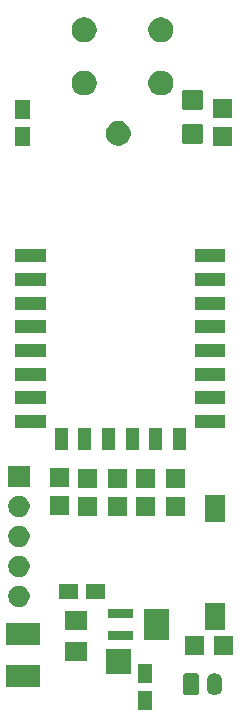
<source format=gbr>
G04 #@! TF.GenerationSoftware,KiCad,Pcbnew,(5.1.5)-1*
G04 #@! TF.CreationDate,2021-02-19T11:30:45+01:00*
G04 #@! TF.ProjectId,button - AAA,62757474-6f6e-4202-9d20-4141412e6b69,rev?*
G04 #@! TF.SameCoordinates,Original*
G04 #@! TF.FileFunction,Soldermask,Top*
G04 #@! TF.FilePolarity,Negative*
%FSLAX46Y46*%
G04 Gerber Fmt 4.6, Leading zero omitted, Abs format (unit mm)*
G04 Created by KiCad (PCBNEW (5.1.5)-1) date 2021-02-19 11:30:45*
%MOMM*%
%LPD*%
G04 APERTURE LIST*
%ADD10C,0.100000*%
G04 APERTURE END LIST*
D10*
G36*
X129631000Y-112691000D02*
G01*
X128429000Y-112691000D01*
X128429000Y-111089000D01*
X129631000Y-111089000D01*
X129631000Y-112691000D01*
G37*
G36*
X135057617Y-109573420D02*
G01*
X135138399Y-109597925D01*
X135180335Y-109610646D01*
X135293424Y-109671094D01*
X135392554Y-109752447D01*
X135473906Y-109851575D01*
X135534354Y-109964664D01*
X135544040Y-109996596D01*
X135571580Y-110087382D01*
X135581000Y-110183027D01*
X135581000Y-110796973D01*
X135571580Y-110892618D01*
X135544040Y-110983404D01*
X135534354Y-111015336D01*
X135473906Y-111128425D01*
X135392554Y-111227554D01*
X135293425Y-111308906D01*
X135180336Y-111369354D01*
X135148404Y-111379040D01*
X135057618Y-111406580D01*
X134930000Y-111419149D01*
X134802383Y-111406580D01*
X134711597Y-111379040D01*
X134679665Y-111369354D01*
X134566576Y-111308906D01*
X134467447Y-111227554D01*
X134386096Y-111128427D01*
X134386095Y-111128425D01*
X134325647Y-111015336D01*
X134325645Y-111015333D01*
X134313237Y-110974427D01*
X134288420Y-110892618D01*
X134279000Y-110796973D01*
X134279000Y-110183028D01*
X134288420Y-110087383D01*
X134325645Y-109964669D01*
X134325646Y-109964665D01*
X134386094Y-109851576D01*
X134467447Y-109752446D01*
X134566575Y-109671094D01*
X134679664Y-109610646D01*
X134721600Y-109597925D01*
X134802382Y-109573420D01*
X134930000Y-109560851D01*
X135057617Y-109573420D01*
G37*
G36*
X133421242Y-109568404D02*
G01*
X133458337Y-109579657D01*
X133492515Y-109597925D01*
X133522481Y-109622519D01*
X133547075Y-109652485D01*
X133565343Y-109686663D01*
X133576596Y-109723758D01*
X133581000Y-109768474D01*
X133581000Y-111211526D01*
X133576596Y-111256242D01*
X133565343Y-111293337D01*
X133547075Y-111327515D01*
X133522481Y-111357481D01*
X133492515Y-111382075D01*
X133458337Y-111400343D01*
X133421242Y-111411596D01*
X133376526Y-111416000D01*
X132483474Y-111416000D01*
X132438758Y-111411596D01*
X132401663Y-111400343D01*
X132367485Y-111382075D01*
X132337519Y-111357481D01*
X132312925Y-111327515D01*
X132294657Y-111293337D01*
X132283404Y-111256242D01*
X132279000Y-111211526D01*
X132279000Y-109768474D01*
X132283404Y-109723758D01*
X132294657Y-109686663D01*
X132312925Y-109652485D01*
X132337519Y-109622519D01*
X132367485Y-109597925D01*
X132401663Y-109579657D01*
X132438758Y-109568404D01*
X132483474Y-109564000D01*
X133376526Y-109564000D01*
X133421242Y-109568404D01*
G37*
G36*
X120198000Y-110738000D02*
G01*
X117302000Y-110738000D01*
X117302000Y-108858000D01*
X120198000Y-108858000D01*
X120198000Y-110738000D01*
G37*
G36*
X129631000Y-110391000D02*
G01*
X128429000Y-110391000D01*
X128429000Y-108789000D01*
X129631000Y-108789000D01*
X129631000Y-110391000D01*
G37*
G36*
X127841000Y-109621000D02*
G01*
X125739000Y-109621000D01*
X125739000Y-107519000D01*
X127841000Y-107519000D01*
X127841000Y-109621000D01*
G37*
G36*
X124111000Y-108551000D02*
G01*
X122309000Y-108551000D01*
X122309000Y-106949000D01*
X124111000Y-106949000D01*
X124111000Y-108551000D01*
G37*
G36*
X136471000Y-108051000D02*
G01*
X134869000Y-108051000D01*
X134869000Y-106449000D01*
X136471000Y-106449000D01*
X136471000Y-108051000D01*
G37*
G36*
X134071000Y-108051000D02*
G01*
X132469000Y-108051000D01*
X132469000Y-106449000D01*
X134071000Y-106449000D01*
X134071000Y-108051000D01*
G37*
G36*
X120198000Y-107182000D02*
G01*
X117302000Y-107182000D01*
X117302000Y-105302000D01*
X120198000Y-105302000D01*
X120198000Y-107182000D01*
G37*
G36*
X128001000Y-106756000D02*
G01*
X125899000Y-106756000D01*
X125899000Y-106004000D01*
X128001000Y-106004000D01*
X128001000Y-106756000D01*
G37*
G36*
X131051000Y-106756000D02*
G01*
X128949000Y-106756000D01*
X128949000Y-104104000D01*
X131051000Y-104104000D01*
X131051000Y-106756000D01*
G37*
G36*
X135801000Y-105951000D02*
G01*
X134099000Y-105951000D01*
X134099000Y-103669000D01*
X135801000Y-103669000D01*
X135801000Y-105951000D01*
G37*
G36*
X124111000Y-105891000D02*
G01*
X122309000Y-105891000D01*
X122309000Y-104289000D01*
X124111000Y-104289000D01*
X124111000Y-105891000D01*
G37*
G36*
X128001000Y-104856000D02*
G01*
X125899000Y-104856000D01*
X125899000Y-104104000D01*
X128001000Y-104104000D01*
X128001000Y-104856000D01*
G37*
G36*
X118483512Y-102163927D02*
G01*
X118632812Y-102193624D01*
X118796784Y-102261544D01*
X118944354Y-102360147D01*
X119069853Y-102485646D01*
X119168456Y-102633216D01*
X119236376Y-102797188D01*
X119271000Y-102971259D01*
X119271000Y-103148741D01*
X119236376Y-103322812D01*
X119168456Y-103486784D01*
X119069853Y-103634354D01*
X118944354Y-103759853D01*
X118796784Y-103858456D01*
X118632812Y-103926376D01*
X118483512Y-103956073D01*
X118458742Y-103961000D01*
X118281258Y-103961000D01*
X118256488Y-103956073D01*
X118107188Y-103926376D01*
X117943216Y-103858456D01*
X117795646Y-103759853D01*
X117670147Y-103634354D01*
X117571544Y-103486784D01*
X117503624Y-103322812D01*
X117469000Y-103148741D01*
X117469000Y-102971259D01*
X117503624Y-102797188D01*
X117571544Y-102633216D01*
X117670147Y-102485646D01*
X117795646Y-102360147D01*
X117943216Y-102261544D01*
X118107188Y-102193624D01*
X118256488Y-102163927D01*
X118281258Y-102159000D01*
X118458742Y-102159000D01*
X118483512Y-102163927D01*
G37*
G36*
X123351000Y-103261000D02*
G01*
X121749000Y-103261000D01*
X121749000Y-102059000D01*
X123351000Y-102059000D01*
X123351000Y-103261000D01*
G37*
G36*
X125651000Y-103261000D02*
G01*
X124049000Y-103261000D01*
X124049000Y-102059000D01*
X125651000Y-102059000D01*
X125651000Y-103261000D01*
G37*
G36*
X118483512Y-99623927D02*
G01*
X118632812Y-99653624D01*
X118796784Y-99721544D01*
X118944354Y-99820147D01*
X119069853Y-99945646D01*
X119168456Y-100093216D01*
X119236376Y-100257188D01*
X119271000Y-100431259D01*
X119271000Y-100608741D01*
X119236376Y-100782812D01*
X119168456Y-100946784D01*
X119069853Y-101094354D01*
X118944354Y-101219853D01*
X118796784Y-101318456D01*
X118632812Y-101386376D01*
X118483512Y-101416073D01*
X118458742Y-101421000D01*
X118281258Y-101421000D01*
X118256488Y-101416073D01*
X118107188Y-101386376D01*
X117943216Y-101318456D01*
X117795646Y-101219853D01*
X117670147Y-101094354D01*
X117571544Y-100946784D01*
X117503624Y-100782812D01*
X117469000Y-100608741D01*
X117469000Y-100431259D01*
X117503624Y-100257188D01*
X117571544Y-100093216D01*
X117670147Y-99945646D01*
X117795646Y-99820147D01*
X117943216Y-99721544D01*
X118107188Y-99653624D01*
X118256488Y-99623927D01*
X118281258Y-99619000D01*
X118458742Y-99619000D01*
X118483512Y-99623927D01*
G37*
G36*
X118483512Y-97083927D02*
G01*
X118632812Y-97113624D01*
X118796784Y-97181544D01*
X118944354Y-97280147D01*
X119069853Y-97405646D01*
X119168456Y-97553216D01*
X119236376Y-97717188D01*
X119271000Y-97891259D01*
X119271000Y-98068741D01*
X119236376Y-98242812D01*
X119168456Y-98406784D01*
X119069853Y-98554354D01*
X118944354Y-98679853D01*
X118796784Y-98778456D01*
X118632812Y-98846376D01*
X118483512Y-98876073D01*
X118458742Y-98881000D01*
X118281258Y-98881000D01*
X118256488Y-98876073D01*
X118107188Y-98846376D01*
X117943216Y-98778456D01*
X117795646Y-98679853D01*
X117670147Y-98554354D01*
X117571544Y-98406784D01*
X117503624Y-98242812D01*
X117469000Y-98068741D01*
X117469000Y-97891259D01*
X117503624Y-97717188D01*
X117571544Y-97553216D01*
X117670147Y-97405646D01*
X117795646Y-97280147D01*
X117943216Y-97181544D01*
X118107188Y-97113624D01*
X118256488Y-97083927D01*
X118281258Y-97079000D01*
X118458742Y-97079000D01*
X118483512Y-97083927D01*
G37*
G36*
X135801000Y-96771000D02*
G01*
X134099000Y-96771000D01*
X134099000Y-94489000D01*
X135801000Y-94489000D01*
X135801000Y-96771000D01*
G37*
G36*
X118483512Y-94543927D02*
G01*
X118632812Y-94573624D01*
X118796784Y-94641544D01*
X118944354Y-94740147D01*
X119069853Y-94865646D01*
X119168456Y-95013216D01*
X119236376Y-95177188D01*
X119271000Y-95351259D01*
X119271000Y-95528741D01*
X119236376Y-95702812D01*
X119168456Y-95866784D01*
X119069853Y-96014354D01*
X118944354Y-96139853D01*
X118796784Y-96238456D01*
X118632812Y-96306376D01*
X118483512Y-96336073D01*
X118458742Y-96341000D01*
X118281258Y-96341000D01*
X118256488Y-96336073D01*
X118107188Y-96306376D01*
X117943216Y-96238456D01*
X117795646Y-96139853D01*
X117670147Y-96014354D01*
X117571544Y-95866784D01*
X117503624Y-95702812D01*
X117469000Y-95528741D01*
X117469000Y-95351259D01*
X117503624Y-95177188D01*
X117571544Y-95013216D01*
X117670147Y-94865646D01*
X117795646Y-94740147D01*
X117943216Y-94641544D01*
X118107188Y-94573624D01*
X118256488Y-94543927D01*
X118281258Y-94539000D01*
X118458742Y-94539000D01*
X118483512Y-94543927D01*
G37*
G36*
X129881000Y-96291000D02*
G01*
X128279000Y-96291000D01*
X128279000Y-94689000D01*
X129881000Y-94689000D01*
X129881000Y-96291000D01*
G37*
G36*
X124991000Y-96291000D02*
G01*
X123389000Y-96291000D01*
X123389000Y-94689000D01*
X124991000Y-94689000D01*
X124991000Y-96291000D01*
G37*
G36*
X127511000Y-96281000D02*
G01*
X125909000Y-96281000D01*
X125909000Y-94679000D01*
X127511000Y-94679000D01*
X127511000Y-96281000D01*
G37*
G36*
X132411000Y-96271000D02*
G01*
X130809000Y-96271000D01*
X130809000Y-94669000D01*
X132411000Y-94669000D01*
X132411000Y-96271000D01*
G37*
G36*
X122591000Y-96211000D02*
G01*
X120989000Y-96211000D01*
X120989000Y-94609000D01*
X122591000Y-94609000D01*
X122591000Y-96211000D01*
G37*
G36*
X129881000Y-93891000D02*
G01*
X128279000Y-93891000D01*
X128279000Y-92289000D01*
X129881000Y-92289000D01*
X129881000Y-93891000D01*
G37*
G36*
X124991000Y-93891000D02*
G01*
X123389000Y-93891000D01*
X123389000Y-92289000D01*
X124991000Y-92289000D01*
X124991000Y-93891000D01*
G37*
G36*
X127511000Y-93881000D02*
G01*
X125909000Y-93881000D01*
X125909000Y-92279000D01*
X127511000Y-92279000D01*
X127511000Y-93881000D01*
G37*
G36*
X132411000Y-93871000D02*
G01*
X130809000Y-93871000D01*
X130809000Y-92269000D01*
X132411000Y-92269000D01*
X132411000Y-93871000D01*
G37*
G36*
X122591000Y-93811000D02*
G01*
X120989000Y-93811000D01*
X120989000Y-92209000D01*
X122591000Y-92209000D01*
X122591000Y-93811000D01*
G37*
G36*
X119271000Y-93801000D02*
G01*
X117469000Y-93801000D01*
X117469000Y-91999000D01*
X119271000Y-91999000D01*
X119271000Y-93801000D01*
G37*
G36*
X132501000Y-90691000D02*
G01*
X131399000Y-90691000D01*
X131399000Y-88789000D01*
X132501000Y-88789000D01*
X132501000Y-90691000D01*
G37*
G36*
X122501000Y-90691000D02*
G01*
X121399000Y-90691000D01*
X121399000Y-88789000D01*
X122501000Y-88789000D01*
X122501000Y-90691000D01*
G37*
G36*
X124501000Y-90691000D02*
G01*
X123399000Y-90691000D01*
X123399000Y-88789000D01*
X124501000Y-88789000D01*
X124501000Y-90691000D01*
G37*
G36*
X128501000Y-90691000D02*
G01*
X127399000Y-90691000D01*
X127399000Y-88789000D01*
X128501000Y-88789000D01*
X128501000Y-90691000D01*
G37*
G36*
X130501000Y-90691000D02*
G01*
X129399000Y-90691000D01*
X129399000Y-88789000D01*
X130501000Y-88789000D01*
X130501000Y-90691000D01*
G37*
G36*
X126501000Y-90691000D02*
G01*
X125399000Y-90691000D01*
X125399000Y-88789000D01*
X126501000Y-88789000D01*
X126501000Y-90691000D01*
G37*
G36*
X135851000Y-88791000D02*
G01*
X133249000Y-88791000D01*
X133249000Y-87689000D01*
X135851000Y-87689000D01*
X135851000Y-88791000D01*
G37*
G36*
X120651000Y-88791000D02*
G01*
X118049000Y-88791000D01*
X118049000Y-87689000D01*
X120651000Y-87689000D01*
X120651000Y-88791000D01*
G37*
G36*
X120651000Y-86791000D02*
G01*
X118049000Y-86791000D01*
X118049000Y-85689000D01*
X120651000Y-85689000D01*
X120651000Y-86791000D01*
G37*
G36*
X135851000Y-86791000D02*
G01*
X133249000Y-86791000D01*
X133249000Y-85689000D01*
X135851000Y-85689000D01*
X135851000Y-86791000D01*
G37*
G36*
X135851000Y-84791000D02*
G01*
X133249000Y-84791000D01*
X133249000Y-83689000D01*
X135851000Y-83689000D01*
X135851000Y-84791000D01*
G37*
G36*
X120651000Y-84791000D02*
G01*
X118049000Y-84791000D01*
X118049000Y-83689000D01*
X120651000Y-83689000D01*
X120651000Y-84791000D01*
G37*
G36*
X120651000Y-82791000D02*
G01*
X118049000Y-82791000D01*
X118049000Y-81689000D01*
X120651000Y-81689000D01*
X120651000Y-82791000D01*
G37*
G36*
X135851000Y-82791000D02*
G01*
X133249000Y-82791000D01*
X133249000Y-81689000D01*
X135851000Y-81689000D01*
X135851000Y-82791000D01*
G37*
G36*
X135851000Y-80791000D02*
G01*
X133249000Y-80791000D01*
X133249000Y-79689000D01*
X135851000Y-79689000D01*
X135851000Y-80791000D01*
G37*
G36*
X120651000Y-80791000D02*
G01*
X118049000Y-80791000D01*
X118049000Y-79689000D01*
X120651000Y-79689000D01*
X120651000Y-80791000D01*
G37*
G36*
X120651000Y-78791000D02*
G01*
X118049000Y-78791000D01*
X118049000Y-77689000D01*
X120651000Y-77689000D01*
X120651000Y-78791000D01*
G37*
G36*
X135851000Y-78791000D02*
G01*
X133249000Y-78791000D01*
X133249000Y-77689000D01*
X135851000Y-77689000D01*
X135851000Y-78791000D01*
G37*
G36*
X120651000Y-76791000D02*
G01*
X118049000Y-76791000D01*
X118049000Y-75689000D01*
X120651000Y-75689000D01*
X120651000Y-76791000D01*
G37*
G36*
X135851000Y-76791000D02*
G01*
X133249000Y-76791000D01*
X133249000Y-75689000D01*
X135851000Y-75689000D01*
X135851000Y-76791000D01*
G37*
G36*
X120651000Y-74791000D02*
G01*
X118049000Y-74791000D01*
X118049000Y-73689000D01*
X120651000Y-73689000D01*
X120651000Y-74791000D01*
G37*
G36*
X135851000Y-74791000D02*
G01*
X133249000Y-74791000D01*
X133249000Y-73689000D01*
X135851000Y-73689000D01*
X135851000Y-74791000D01*
G37*
G36*
X119271000Y-64951000D02*
G01*
X118069000Y-64951000D01*
X118069000Y-63349000D01*
X119271000Y-63349000D01*
X119271000Y-64951000D01*
G37*
G36*
X136421000Y-64951000D02*
G01*
X134819000Y-64951000D01*
X134819000Y-63349000D01*
X136421000Y-63349000D01*
X136421000Y-64951000D01*
G37*
G36*
X127096564Y-62859389D02*
G01*
X127287833Y-62938615D01*
X127287835Y-62938616D01*
X127459973Y-63053635D01*
X127606365Y-63200027D01*
X127705906Y-63349000D01*
X127721385Y-63372167D01*
X127800611Y-63563436D01*
X127841000Y-63766484D01*
X127841000Y-63973516D01*
X127800611Y-64176564D01*
X127721385Y-64367833D01*
X127721384Y-64367835D01*
X127606365Y-64539973D01*
X127459973Y-64686365D01*
X127287835Y-64801384D01*
X127287834Y-64801385D01*
X127287833Y-64801385D01*
X127096564Y-64880611D01*
X126893516Y-64921000D01*
X126686484Y-64921000D01*
X126483436Y-64880611D01*
X126292167Y-64801385D01*
X126292166Y-64801385D01*
X126292165Y-64801384D01*
X126120027Y-64686365D01*
X125973635Y-64539973D01*
X125858616Y-64367835D01*
X125858615Y-64367833D01*
X125779389Y-64176564D01*
X125739000Y-63973516D01*
X125739000Y-63766484D01*
X125779389Y-63563436D01*
X125858615Y-63372167D01*
X125874095Y-63349000D01*
X125973635Y-63200027D01*
X126120027Y-63053635D01*
X126292165Y-62938616D01*
X126292167Y-62938615D01*
X126483436Y-62859389D01*
X126686484Y-62819000D01*
X126893516Y-62819000D01*
X127096564Y-62859389D01*
G37*
G36*
X133800997Y-63048051D02*
G01*
X133834652Y-63058261D01*
X133865665Y-63074838D01*
X133892851Y-63097149D01*
X133915162Y-63124335D01*
X133931739Y-63155348D01*
X133941949Y-63189003D01*
X133946000Y-63230138D01*
X133946000Y-64559862D01*
X133941949Y-64600997D01*
X133931739Y-64634652D01*
X133915162Y-64665665D01*
X133892851Y-64692851D01*
X133865665Y-64715162D01*
X133834652Y-64731739D01*
X133800997Y-64741949D01*
X133759862Y-64746000D01*
X132380138Y-64746000D01*
X132339003Y-64741949D01*
X132305348Y-64731739D01*
X132274335Y-64715162D01*
X132247149Y-64692851D01*
X132224838Y-64665665D01*
X132208261Y-64634652D01*
X132198051Y-64600997D01*
X132194000Y-64559862D01*
X132194000Y-63230138D01*
X132198051Y-63189003D01*
X132208261Y-63155348D01*
X132224838Y-63124335D01*
X132247149Y-63097149D01*
X132274335Y-63074838D01*
X132305348Y-63058261D01*
X132339003Y-63048051D01*
X132380138Y-63044000D01*
X133759862Y-63044000D01*
X133800997Y-63048051D01*
G37*
G36*
X119271000Y-62651000D02*
G01*
X118069000Y-62651000D01*
X118069000Y-61049000D01*
X119271000Y-61049000D01*
X119271000Y-62651000D01*
G37*
G36*
X136421000Y-62551000D02*
G01*
X134819000Y-62551000D01*
X134819000Y-60949000D01*
X136421000Y-60949000D01*
X136421000Y-62551000D01*
G37*
G36*
X133800997Y-60198051D02*
G01*
X133834652Y-60208261D01*
X133865665Y-60224838D01*
X133892851Y-60247149D01*
X133915162Y-60274335D01*
X133931739Y-60305348D01*
X133941949Y-60339003D01*
X133946000Y-60380138D01*
X133946000Y-61709862D01*
X133941949Y-61750997D01*
X133931739Y-61784652D01*
X133915162Y-61815665D01*
X133892851Y-61842851D01*
X133865665Y-61865162D01*
X133834652Y-61881739D01*
X133800997Y-61891949D01*
X133759862Y-61896000D01*
X132380138Y-61896000D01*
X132339003Y-61891949D01*
X132305348Y-61881739D01*
X132274335Y-61865162D01*
X132247149Y-61842851D01*
X132224838Y-61815665D01*
X132208261Y-61784652D01*
X132198051Y-61750997D01*
X132194000Y-61709862D01*
X132194000Y-60380138D01*
X132198051Y-60339003D01*
X132208261Y-60305348D01*
X132224838Y-60274335D01*
X132247149Y-60247149D01*
X132274335Y-60224838D01*
X132305348Y-60208261D01*
X132339003Y-60198051D01*
X132380138Y-60194000D01*
X133759862Y-60194000D01*
X133800997Y-60198051D01*
G37*
G36*
X130696564Y-58589389D02*
G01*
X130887833Y-58668615D01*
X130887835Y-58668616D01*
X131059973Y-58783635D01*
X131206365Y-58930027D01*
X131321385Y-59102167D01*
X131400611Y-59293436D01*
X131441000Y-59496484D01*
X131441000Y-59703516D01*
X131400611Y-59906564D01*
X131321385Y-60097833D01*
X131321384Y-60097835D01*
X131206365Y-60269973D01*
X131059973Y-60416365D01*
X130887835Y-60531384D01*
X130887834Y-60531385D01*
X130887833Y-60531385D01*
X130696564Y-60610611D01*
X130493516Y-60651000D01*
X130286484Y-60651000D01*
X130083436Y-60610611D01*
X129892167Y-60531385D01*
X129892166Y-60531385D01*
X129892165Y-60531384D01*
X129720027Y-60416365D01*
X129573635Y-60269973D01*
X129458616Y-60097835D01*
X129458615Y-60097833D01*
X129379389Y-59906564D01*
X129339000Y-59703516D01*
X129339000Y-59496484D01*
X129379389Y-59293436D01*
X129458615Y-59102167D01*
X129573635Y-58930027D01*
X129720027Y-58783635D01*
X129892165Y-58668616D01*
X129892167Y-58668615D01*
X130083436Y-58589389D01*
X130286484Y-58549000D01*
X130493516Y-58549000D01*
X130696564Y-58589389D01*
G37*
G36*
X124196564Y-58589389D02*
G01*
X124387833Y-58668615D01*
X124387835Y-58668616D01*
X124559973Y-58783635D01*
X124706365Y-58930027D01*
X124821385Y-59102167D01*
X124900611Y-59293436D01*
X124941000Y-59496484D01*
X124941000Y-59703516D01*
X124900611Y-59906564D01*
X124821385Y-60097833D01*
X124821384Y-60097835D01*
X124706365Y-60269973D01*
X124559973Y-60416365D01*
X124387835Y-60531384D01*
X124387834Y-60531385D01*
X124387833Y-60531385D01*
X124196564Y-60610611D01*
X123993516Y-60651000D01*
X123786484Y-60651000D01*
X123583436Y-60610611D01*
X123392167Y-60531385D01*
X123392166Y-60531385D01*
X123392165Y-60531384D01*
X123220027Y-60416365D01*
X123073635Y-60269973D01*
X122958616Y-60097835D01*
X122958615Y-60097833D01*
X122879389Y-59906564D01*
X122839000Y-59703516D01*
X122839000Y-59496484D01*
X122879389Y-59293436D01*
X122958615Y-59102167D01*
X123073635Y-58930027D01*
X123220027Y-58783635D01*
X123392165Y-58668616D01*
X123392167Y-58668615D01*
X123583436Y-58589389D01*
X123786484Y-58549000D01*
X123993516Y-58549000D01*
X124196564Y-58589389D01*
G37*
G36*
X130696564Y-54089389D02*
G01*
X130887833Y-54168615D01*
X130887835Y-54168616D01*
X131059973Y-54283635D01*
X131206365Y-54430027D01*
X131321385Y-54602167D01*
X131400611Y-54793436D01*
X131441000Y-54996484D01*
X131441000Y-55203516D01*
X131400611Y-55406564D01*
X131321385Y-55597833D01*
X131321384Y-55597835D01*
X131206365Y-55769973D01*
X131059973Y-55916365D01*
X130887835Y-56031384D01*
X130887834Y-56031385D01*
X130887833Y-56031385D01*
X130696564Y-56110611D01*
X130493516Y-56151000D01*
X130286484Y-56151000D01*
X130083436Y-56110611D01*
X129892167Y-56031385D01*
X129892166Y-56031385D01*
X129892165Y-56031384D01*
X129720027Y-55916365D01*
X129573635Y-55769973D01*
X129458616Y-55597835D01*
X129458615Y-55597833D01*
X129379389Y-55406564D01*
X129339000Y-55203516D01*
X129339000Y-54996484D01*
X129379389Y-54793436D01*
X129458615Y-54602167D01*
X129573635Y-54430027D01*
X129720027Y-54283635D01*
X129892165Y-54168616D01*
X129892167Y-54168615D01*
X130083436Y-54089389D01*
X130286484Y-54049000D01*
X130493516Y-54049000D01*
X130696564Y-54089389D01*
G37*
G36*
X124196564Y-54089389D02*
G01*
X124387833Y-54168615D01*
X124387835Y-54168616D01*
X124559973Y-54283635D01*
X124706365Y-54430027D01*
X124821385Y-54602167D01*
X124900611Y-54793436D01*
X124941000Y-54996484D01*
X124941000Y-55203516D01*
X124900611Y-55406564D01*
X124821385Y-55597833D01*
X124821384Y-55597835D01*
X124706365Y-55769973D01*
X124559973Y-55916365D01*
X124387835Y-56031384D01*
X124387834Y-56031385D01*
X124387833Y-56031385D01*
X124196564Y-56110611D01*
X123993516Y-56151000D01*
X123786484Y-56151000D01*
X123583436Y-56110611D01*
X123392167Y-56031385D01*
X123392166Y-56031385D01*
X123392165Y-56031384D01*
X123220027Y-55916365D01*
X123073635Y-55769973D01*
X122958616Y-55597835D01*
X122958615Y-55597833D01*
X122879389Y-55406564D01*
X122839000Y-55203516D01*
X122839000Y-54996484D01*
X122879389Y-54793436D01*
X122958615Y-54602167D01*
X123073635Y-54430027D01*
X123220027Y-54283635D01*
X123392165Y-54168616D01*
X123392167Y-54168615D01*
X123583436Y-54089389D01*
X123786484Y-54049000D01*
X123993516Y-54049000D01*
X124196564Y-54089389D01*
G37*
M02*

</source>
